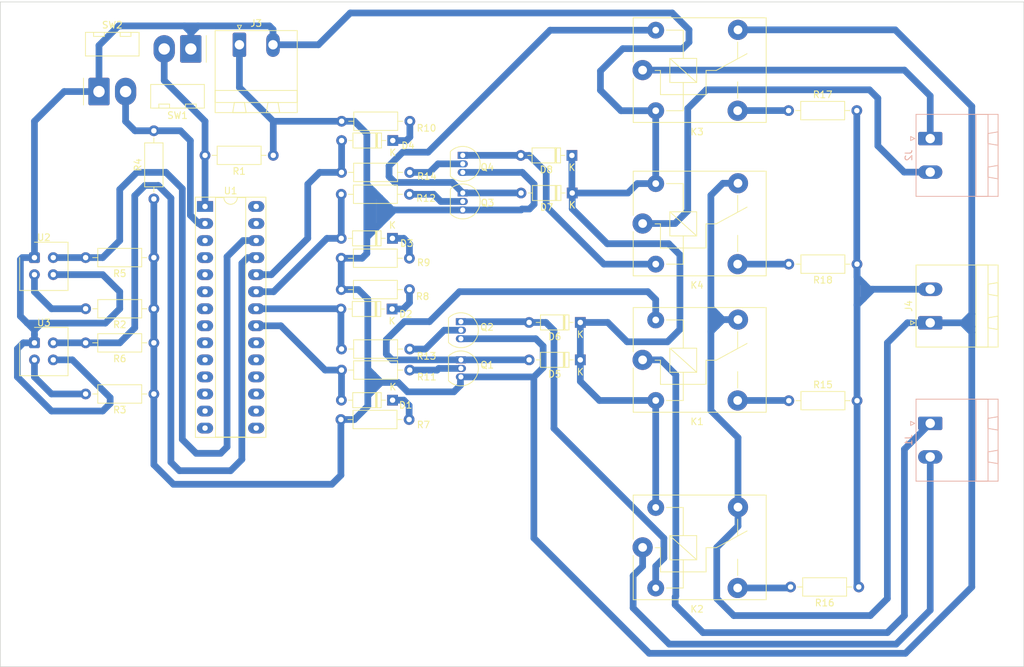
<source format=kicad_pcb>
(kicad_pcb (version 20211014) (generator pcbnew)
  (layers (0 "F.Cu" signal) (31 "B.Cu" signal) (34 "B.Paste" user) (35 "F.Paste" user) (36 "B.SilkS" user "B.Silkscreen") (37 "F.SilkS" user "F.Silkscreen") (38 "B.Mask" user) (39 "F.Mask" user) (44 "Edge.Cuts" user))
  (net 0 "")
  (net 1 "Net-(D1-Pad1)")
  (net 2 "RB0")
  (net 3 "Net-(D2-Pad1)")
  (net 4 "RB1")
  (net 5 "Net-(D3-Pad1)")
  (net 6 "RB2")
  (net 7 "Net-(D4-Pad1)")
  (net 8 "RB3")
  (net 9 "+5V")
  (net 10 "Net-(D5-Pad2)")
  (net 11 "Net-(D6-Pad2)")
  (net 12 "Net-(D7-Pad2)")
  (net 13 "Net-(D8-Pad2)")
  (net 14 "Net-(J1-Pad1)")
  (net 15 "Net-(J1-Pad2)")
  (net 16 "Net-(J2-Pad1)")
  (net 17 "Net-(J2-Pad2)")
  (net 18 "Net-(K1-Pad3)")
  (net 19 "GND")
  (net 20 "Net-(K2-Pad3)")
  (net 21 "Net-(K3-Pad3)")
  (net 22 "Net-(K4-Pad3)")
  (net 23 "Net-(Q1-Pad2)")
  (net 24 "Net-(Q2-Pad2)")
  (net 25 "Net-(Q3-Pad2)")
  (net 26 "Net-(Q4-Pad2)")
  (net 27 "Net-(R1-Pad2)")
  (net 28 "Net-(R2-Pad2)")
  (net 29 "Net-(R3-Pad2)")
  (net 30 "Net-(R4-Pad2)")
  (net 31 "Net-(R5-Pad2)")
  (net 32 "Net-(R6-Pad2)")
  (net 33 "+12V")
  (footprint "Resistor_THT:R_Axial_DIN0207_L6.3mm_D2.5mm_P10.16mm_Horizontal" (layer "F.Cu") (at 99.06 70.096258 180)
    (fp_text reference "R11")
    (fp_text value "330")
  )
  (footprint "Diode_THT:D_DO-35_SOD27_P7.62mm_Horizontal" (layer "F.Cu") (at 124.46 68.58 180)
    (fp_text reference "D5")
    (fp_text value "1N4148")
  )
  (footprint "Package_TO_SOT_THT:TO-92_Inline" (layer "F.Cu") (at 106.955993 43.700849 -90)
    (fp_text reference "Q3")
    (fp_text value "BC337")
  )
  (footprint "Diode_THT:D_DO-35_SOD27_P7.62mm_Horizontal" (layer "F.Cu") (at 124.46 63.001954 180)
    (fp_text reference "D6")
    (fp_text value "1N4148")
  )
  (footprint "Connector_Phoenix_MSTB:PhoenixContact_MSTBA_2,5_2-G_1x02_P5.00mm_Horizontal" (layer "F.Cu") (at 73.7 21.6225)
    (fp_text reference "J3")
    (fp_text value "Entrada 5V")
  )
  (footprint "Resistor_THT:R_Axial_DIN0207_L6.3mm_D2.5mm_P10.16mm_Horizontal" (layer "F.Cu") (at 99.079672 33.02 180)
    (fp_text reference "R10")
    (fp_text value "330")
  )
  (footprint "Resistor_THT:R_Axial_DIN0207_L6.3mm_D2.5mm_P10.16mm_Horizontal" (layer "F.Cu") (at 60.96 60.96 180)
    (fp_text reference "R2")
    (fp_text value "180")
  )
  (footprint "OptoDevice:Vishay_CNY70" (layer "F.Cu") (at 43.18 66.04)
    (fp_text reference "U3")
    (fp_text value "CNY70")
  )
  (footprint "Resistor_THT:R_Axial_DIN0207_L6.3mm_D2.5mm_P10.16mm_Horizontal" (layer "F.Cu") (at 60.96 66.04 180)
    (fp_text reference "R6")
    (fp_text value "10K")
  )
  (footprint "Relay_THT:Relay_SPDT_SANYOU_SRD_Series_Form_C" (layer "F.Cu") (at 133.74 25.4)
    (fp_text reference "K3")
    (fp_text value "SANYOU_SRD_Form_C")
  )
  (footprint "OptoDevice:Vishay_CNY70" (layer "F.Cu") (at 43.18 53.34)
    (fp_text reference "U2")
    (fp_text value "CNY70")
  )
  (footprint "Relay_THT:Relay_SPDT_SANYOU_SRD_Series_Form_C" (layer "F.Cu") (at 133.74 68.58)
    (fp_text reference "K1")
    (fp_text value "SANYOU_SRD_Form_C")
  )
  (footprint "Package_TO_SOT_THT:TO-92_Inline" (layer "F.Cu") (at 106.955993 38.1 -90)
    (fp_text reference "Q4")
    (fp_text value "BC337")
  )
  (footprint "Resistor_THT:R_Axial_DIN0207_L6.3mm_D2.5mm_P10.16mm_Horizontal" (layer "F.Cu") (at 155.471431 31.428506)
    (fp_text reference "R17")
    (fp_text value "330")
  )
  (footprint "Resistor_THT:R_Axial_DIN0207_L6.3mm_D2.5mm_P10.16mm_Horizontal" (layer "F.Cu") (at 99.023104 58.102263 180)
    (fp_text reference "R8")
    (fp_text value "330")
  )
  (footprint "Resistor_THT:R_Axial_DIN0207_L6.3mm_D2.5mm_P10.16mm_Horizontal" (layer "F.Cu") (at 99.06 40.64 180)
    (fp_text reference "R14")
    (fp_text value "330")
  )
  (footprint "Package_TO_SOT_THT:TO-92_Inline" (layer "F.Cu") (at 106.68 68.58 -90)
    (fp_text reference "Q1")
    (fp_text value "BC337")
  )
  (footprint "Resistor_THT:R_Axial_DIN0207_L6.3mm_D2.5mm_P10.16mm_Horizontal" (layer "F.Cu") (at 98.970527 77.46769 180)
    (fp_text reference "R7")
    (fp_text value "330")
  )
  (footprint "Resistor_THT:R_Axial_DIN0207_L6.3mm_D2.5mm_P10.16mm_Horizontal" (layer "F.Cu") (at 60.96 73.66 180)
    (fp_text reference "R3")
    (fp_text value "180")
  )
  (footprint "Connector_Molex:Molex_KK-396_A-41792-0002_1x02_P3.96mm_Horizontal" (layer "F.Cu") (at 52.790046 28.593119)
    (fp_text reference "SW2")
    (fp_text value "SW_Push")
  )
  (footprint "Diode_THT:D_DO-35_SOD27_P7.62mm_Horizontal" (layer "F.Cu") (at 123.208674 38.114546 180)
    (fp_text reference "D8")
    (fp_text value "1N4148")
  )
  (footprint "Diode_THT:D_DO-35_SOD27_P7.62mm_Horizontal" (layer "F.Cu") (at 123.256403 43.715394 180)
    (fp_text reference "D7")
    (fp_text value "1N4148")
  )
  (footprint "Diode_THT:D_DO-35_SOD27_P7.62mm_Horizontal" (layer "F.Cu") (at 96.483281 50.471124 180)
    (fp_text reference "D3")
    (fp_text value "LED")
  )
  (footprint "Resistor_THT:R_Axial_DIN0207_L6.3mm_D2.5mm_P10.16mm_Horizontal" (layer "F.Cu") (at 78.74 38.1 180)
    (fp_text reference "R1")
    (fp_text value "10K")
  )
  (footprint "Resistor_THT:R_Axial_DIN0207_L6.3mm_D2.5mm_P10.16mm_Horizontal" (layer "F.Cu") (at 60.96 53.34 180)
    (fp_text reference "R5")
    (fp_text value "10K")
  )
  (footprint "Relay_THT:Relay_SPDT_SANYOU_SRD_Series_Form_C" (layer "F.Cu") (at 133.74 48.26)
    (fp_text reference "K4")
    (fp_text value "SANYOU_SRD_Form_C")
  )
  (footprint "Diode_THT:D_DO-35_SOD27_P7.62mm_Horizontal" (layer "F.Cu") (at 96.437251 60.996188 180)
    (fp_text reference "D2")
    (fp_text value "LED")
  )
  (footprint "Resistor_THT:R_Axial_DIN0207_L6.3mm_D2.5mm_P10.16mm_Horizontal" (layer "F.Cu") (at 165.925177 102.419009 180)
    (fp_text reference "R16")
    (fp_text value "330")
  )
  (footprint "Connector_Phoenix_MSTB:PhoenixContact_MSTBA_2,5_2-G_1x02_P5.00mm_Horizontal" (layer "F.Cu") (at 176.5625 63.054698 90)
    (fp_text reference "J4")
    (fp_text value "Entrada 12V")
  )
  (footprint "Resistor_THT:R_Axial_DIN0207_L6.3mm_D2.5mm_P10.16mm_Horizontal" (layer "F.Cu") (at 99.023104 43.901233 180)
    (fp_text reference "R12")
    (fp_text value "330")
  )
  (footprint "Package_TO_SOT_THT:TO-92_Inline" (layer "F.Cu") (at 106.68 62.889906 -90)
    (fp_text reference "Q2")
    (fp_text value "BC337")
  )
  (footprint "Diode_THT:D_DO-35_SOD27_P7.62mm_Horizontal" (layer "F.Cu") (at 96.534015 35.893874 180)
    (fp_text reference "D4")
    (fp_text value "LED")
  )
  (footprint "Relay_THT:Relay_SPDT_SANYOU_SRD_Series_Form_C" (layer "F.Cu") (at 133.74 96.52)
    (fp_text reference "K2")
    (fp_text value "SANYOU_SRD_Form_C")
  )
  (footprint "Resistor_THT:R_Axial_DIN0207_L6.3mm_D2.5mm_P10.16mm_Horizontal" (layer "F.Cu") (at 60.96 44.598274 90)
    (fp_text reference "R4")
    (fp_text value "10K")
  )
  (footprint "Diode_THT:D_DO-35_SOD27_P7.62mm_Horizontal" (layer "F.Cu") (at 96.501552 74.582755 180)
    (fp_text reference "D1")
    (fp_text value "LED")
  )
  (footprint "Resistor_THT:R_Axial_DIN0207_L6.3mm_D2.5mm_P10.16mm_Horizontal" (layer "F.Cu") (at 155.506749 74.658397)
    (fp_text reference "R15")
    (fp_text value "330")
  )
  (footprint "Resistor_THT:R_Axial_DIN0207_L6.3mm_D2.5mm_P10.16mm_Horizontal" (layer "F.Cu") (at 99.013969 53.431001 180)
    (fp_text reference "R9")
    (fp_text value "330")
  )
  (footprint "Package_DIP:DIP-28_W7.62mm_Socket_LongPads" (layer "F.Cu") (at 68.58 45.72)
    (fp_text reference "U1")
    (fp_text value "PIC18F2550-ISO")
  )
  (footprint "Resistor_THT:R_Axial_DIN0207_L6.3mm_D2.5mm_P10.16mm_Horizontal" (layer "F.Cu") (at 165.660768 54.311862 180)
    (fp_text reference "R18")
    (fp_text value "330")
  )
  (footprint "Resistor_THT:R_Axial_DIN0207_L6.3mm_D2.5mm_P10.16mm_Horizontal" (layer "F.Cu") (at 99.06 66.962755 180)
    (fp_text reference "R13")
    (fp_text value "330")
  )
  (footprint "Connector_Molex:Molex_KK-396_A-41792-0002_1x02_P3.96mm_Horizontal" (layer "F.Cu") (at 66.46214 22.245 180)
    (fp_text reference "SW1")
    (fp_text value "SW_Push")
  )
  (footprint "Connector_Phoenix_MSTB:PhoenixContact_MSTBA_2,5_2-G_1x02_P5.00mm_Horizontal" (layer "B.Cu") (at 176.5625 78.040952 -90)
    (fp_text reference "J1")
    (fp_text value "Motor derecho")
  )
  (footprint "Connector_Phoenix_MSTB:PhoenixContact_MSTBA_2,5_2-G_1x02_P5.00mm_Horizontal" (layer "B.Cu") (at 176.5625 35.6 -90)
    (fp_text reference "J2")
    (fp_text value "Moto izquierdo")
  )
  (gr_line (start 190.5 15.24) (end 190.5 114.3) (layer "Edge.Cuts") (width 0.1))
  (gr_line (start 190.5 114.3) (end 38.1 114.3) (layer "Edge.Cuts") (width 0.1))
  (gr_line (start 38.1 15.24) (end 190.5 15.24) (layer "Edge.Cuts") (width 0.1))
  (gr_line (start 38.1 111.76) (end 38.1 114.3) (layer "Edge.Cuts") (width 0.1))
  (gr_line (start 38.1 15.24) (end 38.1 111.76) (layer "Edge.Cuts") (width 0.1))
  (segment (start 98.173588 74.582755) (end 98.970527 75.379694) (width 1) (layer "B.Cu") (net 1))
  (segment (start 96.501552 74.582755) (end 98.173588 74.582755) (width 1) (layer "B.Cu") (net 1))
  (segment (start 98.970527 75.379694) (end 98.970527 77.46769) (width 1) (layer "B.Cu") (net 1))
  (segment (start 88.9 70.096258) (end 88.9 74.564307) (width 1) (layer "B.Cu") (net 2))
  (segment (start 86.463776 70.096258) (end 88.9 70.096258) (width 1) (layer "B.Cu") (net 2))
  (segment (start 76.2 63.5) (end 79.867518 63.5) (width 1) (layer "B.Cu") (net 2))
  (segment (start 79.867518 63.5) (end 86.463776 70.096258) (width 1) (layer "B.Cu") (net 2))
  (segment (start 88.9 74.564307) (end 88.881552 74.582755) (width 1) (layer "B.Cu") (net 2))
  (segment (start 98.079939 60.996188) (end 99.023104 60.053023) (width 1) (layer "B.Cu") (net 3))
  (segment (start 99.023104 60.053023) (end 99.023104 58.102263) (width 1) (layer "B.Cu") (net 3))
  (segment (start 96.437251 60.996188) (end 98.079939 60.996188) (width 1) (layer "B.Cu") (net 3))
  (segment (start 88.817251 66.880006) (end 88.9 66.962755) (width 1) (layer "B.Cu") (net 4))
  (segment (start 88.734502 60.96) (end 88.817251 61.042749) (width 1) (layer "B.Cu") (net 4))
  (segment (start 88.817251 61.042749) (end 88.817251 66.880006) (width 1) (layer "B.Cu") (net 4))
  (segment (start 76.2 60.96) (end 88.734502 60.96) (width 1) (layer "B.Cu") (net 4))
  (segment (start 88.817251 60.996188) (end 88.817251 61.042749) (width 1) (layer "B.Cu") (net 4))
  (segment (start 98.182469 50.471124) (end 99.059469 51.348124) (width 1) (layer "B.Cu") (net 5))
  (segment (start 99.013969 51.393624) (end 99.013969 53.431001) (width 1) (layer "B.Cu") (net 5))
  (segment (start 96.483281 50.471124) (end 98.182469 50.471124) (width 1) (layer "B.Cu") (net 5))
  (segment (start 99.059469 51.348124) (end 99.013969 51.393624) (width 1) (layer "B.Cu") (net 5))
  (segment (start 88.863104 43.901233) (end 88.863104 50.470947) (width 1) (layer "B.Cu") (net 6))
  (segment (start 86.741569 50.471124) (end 88.863281 50.471124) (width 1) (layer "B.Cu") (net 6))
  (segment (start 76.2 58.42) (end 78.792693 58.42) (width 1) (layer "B.Cu") (net 6))
  (segment (start 88.863104 50.470947) (end 88.863281 50.471124) (width 1) (layer "B.Cu") (net 6))
  (segment (start 78.792693 58.42) (end 86.741569 50.471124) (width 1) (layer "B.Cu") (net 6))
  (segment (start 99.079672 33.02) (end 99.079672 35.376937) (width 1) (layer "B.Cu") (net 7))
  (segment (start 99.079672 35.376937) (end 98.531546 35.925063) (width 1) (layer "B.Cu") (net 7))
  (segment (start 98.531546 35.925063) (end 98.500357 35.893874) (width 1) (layer "B.Cu") (net 7))
  (segment (start 98.500357 35.893874) (end 96.534015 35.893874) (width 1) (layer "B.Cu") (net 7))
  (segment (start 83.878673 42.398921) (end 85.637594 40.64) (width 1) (layer "B.Cu") (net 8))
  (segment (start 78.455036 55.88) (end 83.878673 50.456363) (width 1) (layer "B.Cu") (net 8))
  (segment (start 76.2 55.88) (end 78.455036 55.88) (width 1) (layer "B.Cu") (net 8))
  (segment (start 88.914015 40.625985) (end 88.9 40.64) (width 1) (layer "B.Cu") (net 8))
  (segment (start 85.637594 40.64) (end 88.9 40.64) (width 1) (layer "B.Cu") (net 8))
  (segment (start 83.878673 50.456363) (end 83.878673 42.398921) (width 1) (layer "B.Cu") (net 8))
  (segment (start 88.914015 35.893874) (end 88.914015 40.625985) (width 1) (layer "B.Cu") (net 8))
  (segment (start 128.47265 51.269767) (end 137.629767 51.269767) (width 1) (layer "B.Cu") (net 9))
  (segment (start 43.18 64.157749) (end 43.18 64.806717) (width 1) (layer "B.Cu") (net 9))
  (segment (start 130.787705 22.200386) (end 139.683239 22.200386) (width 1) (layer "B.Cu") (net 9))
  (segment (start 66.590134 19.769866) (end 67.546286 18.813714) (width 1) (layer "B.Cu") (net 9))
  (segment (start 132.95 42.31) (end 135.69 42.31) (width 1) (layer "B.Cu") (net 9))
  (segment (start 127.457844 28.397627) (end 127.457844 25.530247) (width 1) (layer "B.Cu") (net 9))
  (segment (start 52.790046 21.725066) (end 55.701398 18.813714) (width 1) (layer "B.Cu") (net 9))
  (segment (start 127.31225 74.63) (end 135.69 74.63) (width 1) (layer "B.Cu") (net 9))
  (segment (start 53.34 76.2) (end 54.452755 75.087245) (width 1) (layer "B.Cu") (net 9))
  (segment (start 123.256403 43.715394) (end 123.256403 46.05352) (width 1) (layer "B.Cu") (net 9))
  (segment (start 139.294698 64.034233) (end 137.444775 65.884156) (width 1) (layer "B.Cu") (net 9))
  (segment (start 41.083421 62.06117) (end 42.074614 63.052363) (width 1) (layer "B.Cu") (net 9))
  (segment (start 45.72 30.48) (end 43.18 33.02) (width 1) (layer "B.Cu") (net 9))
  (segment (start 130.510217 31.45) (end 127.457844 28.397627) (width 1) (layer "B.Cu") (net 9))
  (segment (start 41.083421 53.627765) (end 41.083421 62.06117) (width 1) (layer "B.Cu") (net 9))
  (segment (start 135.69 31.45) (end 135.69 42.31) (width 1) (layer "B.Cu") (net 9))
  (segment (start 123.256403 46.05352) (end 128.47265 51.269767) (width 1) (layer "B.Cu") (net 9))
  (segment (start 140.640595 19.379405) (end 138.146625 16.885435) (width 1) (layer "B.Cu") (net 9))
  (segment (start 45.72 76.2) (end 53.34 76.2) (width 1) (layer "B.Cu") (net 9))
  (segment (start 47.606881 28.593119) (end 45.72 30.48) (width 1) (layer "B.Cu") (net 9))
  (segment (start 139.294698 52.934698) (end 139.294698 64.034233) (width 1) (layer "B.Cu") (net 9))
  (segment (start 66.46214 19.769866) (end 66.590134 19.769866) (width 1) (layer "B.Cu") (net 9))
  (segment (start 43.18 33.02) (end 43.18 53.34) (width 1) (layer "B.Cu") (net 9))
  (segment (start 40.64 71.12) (end 45.72 76.2) (width 1) (layer "B.Cu") (net 9))
  (segment (start 55.88 60.96) (end 53.742312 63.097688) (width 1) (layer "B.Cu") (net 9))
  (segment (start 123.208674 43.667665) (end 123.256403 43.715394) (width 1) (layer "B.Cu") (net 9))
  (segment (start 137.629767 51.269767) (end 139.294698 52.934698) (width 1) (layer "B.Cu") (net 9))
  (segment (start 65.505988 18.813714) (end 66.46214 19.769866) (width 1) (layer "B.Cu") (net 9))
  (segment (start 43.18 53.34) (end 41.371186 53.34) (width 1) (layer "B.Cu") (net 9))
  (segment (start 52.790046 28.593119) (end 47.606881 28.593119) (width 1) (layer "B.Cu") (net 9))
  (segment (start 44.240061 63.097688) (end 42.119939 63.097688) (width 1) (layer "B.Cu") (net 9))
  (segment (start 124.46 71.77775) (end 127.31225 74.63) (width 1) (layer "B.Cu") (net 9))
  (segment (start 139.683239 22.200386) (end 140.640595 21.24303) (width 1) (layer "B.Cu") (net 9))
  (segment (start 54.452755 74.203204) (end 48.829551 68.58) (width 1) (layer "B.Cu") (net 9))
  (segment (start 78.7 21.6225) (end 78.7 19.347834) (width 1) (layer "B.Cu") (net 9))
  (segment (start 124.46 63.001954) (end 124.46 68.58) (width 1) (layer "B.Cu") (net 9))
  (segment (start 41.526487 66.04) (end 40.64 66.926487) (width 1) (layer "B.Cu") (net 9))
  (segment (start 55.88 58.42) (end 55.88 60.96) (width 1) (layer "B.Cu") (net 9))
  (segment (start 135.69 31.45) (end 130.510217 31.45) (width 1) (layer "B.Cu") (net 9))
  (segment (start 66.46214 19.769866) (end 66.46214 22.245) (width 1) (layer "B.Cu") (net 9))
  (segment (start 127.457844 25.530247) (end 130.787705 22.200386) (width 1) (layer "B.Cu") (net 9))
  (segment (start 137.444775 65.884156) (end 131.432527 65.884156) (width 1) (layer "B.Cu") (net 9))
  (segment (start 65.505988 18.813714) (end 67.546286 18.813714) (width 1) (layer "B.Cu") (net 9))
  (segment (start 52.790046 28.593119) (end 52.790046 21.725066) (width 1) (layer "B.Cu") (net 9))
  (segment (start 128.550325 63.001954) (end 124.46 63.001954) (width 1) (layer "B.Cu") (net 9))
  (segment (start 43.18 66.04) (end 43.18 64.806717) (width 1) (layer "B.Cu") (net 9))
  (segment (start 78.74 21.5825) (end 78.7 21.6225) (width 1) (layer "B.Cu") (net 9))
  (segment (start 78.16588 18.813714) (end 67.546286 18.813714) (width 1) (layer "B.Cu") (net 9))
  (segment (start 140.640595 21.24303) (end 140.640595 19.379405) (width 1) (layer "B.Cu") (net 9))
  (segment (start 55.701398 18.813714) (end 65.505988 18.813714) (width 1) (layer "B.Cu") (net 9))
  (segment (start 123.208674 38.114546) (end 123.208674 43.667665) (width 1) (layer "B.Cu") (net 9))
  (segment (start 53.742312 63.097688) (end 44.240061 63.097688) (width 1) (layer "B.Cu") (net 9))
  (segment (start 43.18 66.04) (end 41.526487 66.04) (width 1) (layer "B.Cu") (net 9))
  (segment (start 40.64 66.926487) (end 40.64 71.12) (width 1) (layer "B.Cu") (net 9))
  (segment (start 48.829551 68.58) (end 45.98 68.58) (width 1) (layer "B.Cu") (net 9))
  (segment (start 85.464707 21.6225) (end 78.7 21.6225) (width 1) (layer "B.Cu") (net 9))
  (segment (start 42.074614 63.052363) (end 43.18 64.157749) (width 1) (layer "B.Cu") (net 9))
  (segment (start 124.46 68.58) (end 124.46 71.77775) (width 1) (layer "B.Cu") (net 9))
  (segment (start 41.371186 53.34) (end 41.083421 53.627765) (width 1) (layer "B.Cu") (net 9))
  (segment (start 131.544606 43.715394) (end 132.95 42.31) (width 1) (layer "B.Cu") (net 9))
  (segment (start 44.240061 63.097688) (end 43.18 64.157749) (width 1) (layer "B.Cu") (net 9))
  (segment (start 78.7 19.347834) (end 78.16588 18.813714) (width 1) (layer "B.Cu") (net 9))
  (segment (start 90.201772 16.885435) (end 85.464707 21.6225) (width 1) (layer "B.Cu") (net 9))
  (segment (start 45.98 55.88) (end 53.34 55.88) (width 1) (layer "B.Cu") (net 9))
  (segment (start 131.432527 65.884156) (end 128.550325 63.001954) (width 1) (layer "B.Cu") (net 9))
  (segment (start 42.119939 63.097688) (end 42.074614 63.052363) (width 1) (layer "B.Cu") (net 9))
  (segment (start 135.69 74.63) (end 135.69 90.57) (width 1) (layer "B.Cu") (net 9))
  (segment (start 138.146625 16.885435) (end 90.201772 16.885435) (width 1) (layer "B.Cu") (net 9))
  (segment (start 53.34 55.88) (end 55.88 58.42) (width 1) (layer "B.Cu") (net 9))
  (segment (start 123.256403 43.715394) (end 131.544606 43.715394) (width 1) (layer "B.Cu") (net 9))
  (segment (start 54.452755 75.087245) (end 54.452755 74.203204) (width 1) (layer "B.Cu") (net 9))
  (segment (start 106.68 68.58) (end 116.84 68.58) (width 1) (layer "B.Cu") (net 10))
  (segment (start 96.43498 68.58) (end 106.68 68.58) (width 1) (layer "B.Cu") (net 10))
  (segment (start 98.272257 62.878438) (end 95.571682 65.579013) (width 1) (layer "B.Cu") (net 10))
  (segment (start 95.571682 65.579013) (end 95.571682 67.716702) (width 1) (layer "B.Cu") (net 10))
  (segment (start 95.571682 67.716702) (end 96.43498 68.58) (width 1) (layer "B.Cu") (net 10))
  (segment (start 106.460749 58.42) (end 102.002311 62.878438) (width 1) (layer "B.Cu") (net 10))
  (segment (start 134.519157 58.42) (end 106.460749 58.42) (width 1) (layer "B.Cu") (net 10))
  (segment (start 102.002311 62.878438) (end 98.272257 62.878438) (width 1) (layer "B.Cu") (net 10))
  (segment (start 135.69 62.63) (end 135.69 59.590843) (width 1) (layer "B.Cu") (net 10))
  (segment (start 135.69 59.590843) (end 134.519157 58.42) (width 1) (layer "B.Cu") (net 10))
  (segment (start 136.901571 95.151618) (end 120.539845 78.789892) (width 1) (layer "B.Cu") (net 11))
  (segment (start 120.539845 78.789892) (end 120.539845 64.201849) (width 1) (layer "B.Cu") (net 11))
  (segment (start 135.69 102.57) (end 135.69 99.323065) (width 1) (layer "B.Cu") (net 11))
  (segment (start 119.33995 63.001954) (end 116.84 63.001954) (width 1) (layer "B.Cu") (net 11))
  (segment (start 135.69 99.323065) (end 136.901571 98.111494) (width 1) (layer "B.Cu") (net 11))
  (segment (start 136.901571 98.111494) (end 136.901571 95.151618) (width 1) (layer "B.Cu") (net 11))
  (segment (start 106.68 62.889906) (end 116.727952 62.889906) (width 1) (layer "B.Cu") (net 11))
  (segment (start 120.539845 64.201849) (end 119.33995 63.001954) (width 1) (layer "B.Cu") (net 11))
  (segment (start 116.727952 62.889906) (end 116.84 63.001954) (width 1) (layer "B.Cu") (net 11))
  (segment (start 106.955993 43.700849) (end 115.621858 43.700849) (width 1) (layer "B.Cu") (net 12))
  (segment (start 96.860954 42.14) (end 105.395144 42.14) (width 1) (layer "B.Cu") (net 12))
  (segment (start 101.791128 37.630361) (end 98.009064 37.630361) (width 1) (layer "B.Cu") (net 12))
  (segment (start 95.982645 41.261691) (end 96.860954 42.14) (width 1) (layer "B.Cu") (net 12))
  (segment (start 119.971489 19.45) (end 101.791128 37.630361) (width 1) (layer "B.Cu") (net 12))
  (segment (start 115.621858 43.700849) (end 115.636403 43.715394) (width 1) (layer "B.Cu") (net 12))
  (segment (start 105.395144 42.14) (end 106.955993 43.700849) (width 1) (layer "B.Cu") (net 12))
  (segment (start 98.009064 37.630361) (end 95.982645 39.65678) (width 1) (layer "B.Cu") (net 12))
  (segment (start 95.982645 39.65678) (end 95.982645 41.261691) (width 1) (layer "B.Cu") (net 12))
  (segment (start 135.69 19.45) (end 119.971489 19.45) (width 1) (layer "B.Cu") (net 12))
  (segment (start 106.955993 38.1) (end 115.574128 38.1) (width 1) (layer "B.Cu") (net 13))
  (segment (start 135.69 54.31) (end 127.97 54.31) (width 1) (layer "B.Cu") (net 13))
  (segment (start 127.97 54.31) (end 119.38 45.72) (width 1) (layer "B.Cu") (net 13))
  (segment (start 116.854546 38.114546) (end 115.588674 38.114546) (width 1) (layer "B.Cu") (net 13))
  (segment (start 119.38 40.64) (end 116.854546 38.114546) (width 1) (layer "B.Cu") (net 13))
  (segment (start 115.574128 38.1) (end 115.588674 38.114546) (width 1) (layer "B.Cu") (net 13))
  (segment (start 119.38 45.72) (end 119.38 40.64) (width 1) (layer "B.Cu") (net 13))
  (segment (start 136.455348 68.58) (end 133.74 68.58) (width 1) (layer "B.Cu") (net 14))
  (segment (start 138.682542 103.784589) (end 138.682542 70.807194) (width 1) (layer "B.Cu") (net 14))
  (segment (start 172.72 106.68) (end 170.18 109.22) (width 1) (layer "B.Cu") (net 14))
  (segment (start 170.18 109.22) (end 142.730511 109.22) (width 1) (layer "B.Cu") (net 14))
  (segment (start 138.682542 70.807194) (end 136.455348 68.58) (width 1) (layer "B.Cu") (net 14))
  (segment (start 172.72 81.883452) (end 172.72 106.68) (width 1) (layer "B.Cu") (net 14))
  (segment (start 138.590046 103.877085) (end 138.682542 103.784589) (width 1) (layer "B.Cu") (net 14))
  (segment (start 138.590046 105.079535) (end 138.590046 103.877085) (width 1) (layer "B.Cu") (net 14))
  (segment (start 142.730511 109.22) (end 138.590046 105.079535) (width 1) (layer "B.Cu") (net 14))
  (segment (start 176.5625 78.040952) (end 172.72 81.883452) (width 1) (layer "B.Cu") (net 14))
  (segment (start 171.497925 110.934822) (end 176.5625 105.870247) (width 1) (layer "B.Cu") (net 15))
  (segment (start 132.326656 100.745485) (end 132.326656 105.555283) (width 1) (layer "B.Cu") (net 15))
  (segment (start 133.74 99.332141) (end 132.326656 100.745485) (width 1) (layer "B.Cu") (net 15))
  (segment (start 176.5625 105.870247) (end 176.5625 83.040952) (width 1) (layer "B.Cu") (net 15))
  (segment (start 137.706195 110.934822) (end 171.497925 110.934822) (width 1) (layer "B.Cu") (net 15))
  (segment (start 133.74 96.52) (end 133.74 99.332141) (width 1) (layer "B.Cu") (net 15))
  (segment (start 132.326656 105.555283) (end 137.706195 110.934822) (width 1) (layer "B.Cu") (net 15))
  (segment (start 176.5625 29.2425) (end 172.72 25.4) (width 1) (layer "B.Cu") (net 16))
  (segment (start 176.5625 35.6) (end 176.5625 29.2425) (width 1) (layer "B.Cu") (net 16))
  (segment (start 172.72 25.4) (end 133.74 25.4) (width 1) (layer "B.Cu") (net 16))
  (segment (start 167.512187 28.334371) (end 143.231952 28.334371) (width 1) (layer "B.Cu") (net 17))
  (segment (start 138.568184 48.26) (end 133.74 48.26) (width 1) (layer "B.Cu") (net 17))
  (segment (start 176.5625 40.6) (end 172.68 40.6) (width 1) (layer "B.Cu") (net 17))
  (segment (start 143.231952 28.334371) (end 140.457068 31.109255) (width 1) (layer "B.Cu") (net 17))
  (segment (start 168.760884 29.583068) (end 167.512187 28.334371) (width 1) (layer "B.Cu") (net 17))
  (segment (start 172.68 40.6) (end 168.760884 36.680884) (width 1) (layer "B.Cu") (net 17))
  (segment (start 140.457068 46.371116) (end 138.568184 48.26) (width 1) (layer "B.Cu") (net 17))
  (segment (start 140.457068 31.109255) (end 140.457068 46.371116) (width 1) (layer "B.Cu") (net 17))
  (segment (start 168.760884 36.680884) (end 168.760884 29.583068) (width 1) (layer "B.Cu") (net 17))
  (segment (start 155.478352 74.63) (end 155.506749 74.658397) (width 1) (layer "B.Cu") (net 18))
  (segment (start 147.89 74.63) (end 155.478352 74.63) (width 1) (layer "B.Cu") (net 18))
  (segment (start 144.78 104.14) (end 147.32 106.68) (width 1) (layer "B.Cu") (net 19))
  (segment (start 144.78 96.52) (end 144.78 104.14) (width 1) (layer "B.Cu") (net 19))
  (segment (start 93.668299 73.055612) (end 92.818705 73.905206) (width 1) (layer "B.Cu") (net 19))
  (segment (start 92.673281 34.869922) (end 90.823359 33.02) (width 1) (layer "B.Cu") (net 19))
  (segment (start 171.35433 19.4) (end 147.94 19.4) (width 1) (layer "B.Cu") (net 19))
  (segment (start 91.399751 58.102263) (end 92.818705 59.521217) (width 1) (layer "B.Cu") (net 19))
  (segment (start 95.386501 45.163092) (end 94.632829 44.40942) (width 1) (layer "B.Cu") (net 19))
  (segment (start 92.818705 71.943637) (end 92.818705 73.905206) (width 1) (layer "B.Cu") (net 19))
  (segment (start 94.803637 71.943637) (end 93.640892 70.780893) (width 1) (layer "B.Cu") (net 19))
  (segment (start 117.544651 95.133676) (end 117.544651 71.12) (width 1) (layer "B.Cu") (net 19))
  (segment (start 147.94 93.36) (end 144.78 96.52) (width 1) (layer "B.Cu") (net 19))
  (segment (start 98.743899 73.343899) (end 97.343637 71.943637) (width 1) (layer "B.Cu") (net 19))
  (segment (start 92.673281 42.449873) (end 92.673281 34.869922) (width 1) (layer "B.Cu") (net 19))
  (segment (start 182.753304 64.485424) (end 182.753304 102.422653) (width 1) (layer "B.Cu") (net 19))
  (segment (start 105.624728 73.343899) (end 98.743899 73.343899) (width 1) (layer "B.Cu") (net 19))
  (segment (start 147.94 90.52) (end 147.94 80.164623) (width 1) (layer "B.Cu") (net 19))
  (segment (start 60.96 84.197272) (end 63.877271 87.114543) (width 1) (layer "B.Cu") (net 19))
  (segment (start 91.965639 53.431001) (end 88.853969 53.431001) (width 1) (layer "B.Cu") (net 19))
  (segment (start 182.753304 30.798974) (end 171.35433 19.4) (width 1) (layer "B.Cu") (net 19))
  (segment (start 170.18 104.14) (end 170.18 66.04) (width 1) (layer "B.Cu") (net 19))
  (segment (start 147.32 106.68) (end 167.64 106.68) (width 1) (layer "B.Cu") (net 19))
  (segment (start 96.750891 46.240849) (end 95.653276 47.338464) (width 1) (layer "B.Cu") (net 19))
  (segment (start 181.437536 63.054698) (end 182.753304 61.73893) (width 1) (layer "B.Cu") (net 19))
  (segment (start 93.597807 43.562193) (end 93.597807 49.393933) (width 1) (layer "B.Cu") (net 19))
  (segment (start 144.402634 61.337366) (end 143.90493 60.839661) (width 1) (layer "B.Cu") (net 19))
  (segment (start 93.691704 43.468296) (end 93.597807 43.562193) (width 1) (layer "B.Cu") (net 19))
  (segment (start 92.673281 50.318459) (end 92.673281 52.723359) (width 1) (layer "B.Cu") (net 19))
  (segment (start 145.645269 62.58) (end 144.402634 61.337366) (width 1) (layer "B.Cu") (net 19))
  (segment (start 93.640892 73.028205) (end 93.668299 73.055612) (width 1) (layer "B.Cu") (net 19))
  (segment (start 93.597807 49.393933) (end 92.673281 50.318459) (width 1) (layer "B.Cu") (net 19))
  (segment (start 117.544651 71.12) (end 106.68 71.12) (width 1) (layer "B.Cu") (net 19))
  (segment (start 73.7 21.6225) (end 73.7 27.98) (width 1) (layer "B.Cu") (net 19))
  (segment (start 92.818705 59.521217) (end 92.818705 69.958705) (width 1) (layer "B.Cu") (net 19))
  (segment (start 145.7 62.58) (end 147.94 62.58) (width 1) (layer "B.Cu") (net 19))
  (segment (start 144.402634 61.337366) (end 144.78 61.714732) (width 1) (layer "B.Cu") (net 19))
  (segment (start 92.673281 50.318459) (end 92.673281 42.449873) (width 1) (layer "B.Cu") (net 19))
  (segment (start 106.68 65.429906) (end 117.8214 65.429906) (width 1) (layer "B.Cu") (net 19))
  (segment (start 95.386501 46.341561) (end 96.363545 46.341561) (width 1) (layer "B.Cu") (net 19))
  (segment (start 115.629072 46.240849) (end 106.955993 46.240849) (width 1) (layer "B.Cu") (net 19))
  (segment (start 60.96 60.96) (end 60.96 66.04) (width 1) (layer "B.Cu") (net 19))
  (segment (start 181.437536 63.054698) (end 182.181306 63.054698) (width 1) (layer "B.Cu") (net 19))
  (segment (start 106.955993 40.64) (end 115.821047 40.64) (width 1) (layer "B.Cu") (net 19))
  (segment (start 144.78 61.714732) (end 144.78 63.5) (width 1) (layer "B.Cu") (net 19))
  (segment (start 170.18 66.04) (end 173.165302 63.054698) (width 1) (layer "B.Cu") (net 19))
  (segment (start 95.653276 47.338464) (end 94.570729 48.421011) (width 1) (layer "B.Cu") (net 19))
  (segment (start 94.632829 44.40942) (end 94.570729 44.47152) (width 1) (layer "B.Cu") (net 19))
  (segment (start 96.750891 46.240849) (end 96.464257 46.240849) (width 1) (layer "B.Cu") (net 19))
  (segment (start 94.803637 71.943637) (end 94.780274 71.943637) (width 1) (layer "B.Cu") (net 19))
  (segment (start 167.64 106.68) (end 170.18 104.14) (width 1) (layer "B.Cu") (net 19))
  (segment (start 117.8214 65.429906) (end 118.924806 66.533312) (width 1) (layer "B.Cu") (net 19))
  (segment (start 97.343637 71.943637) (end 94.803637 71.943637) (width 1) (layer "B.Cu") (net 19))
  (segment (start 94.803637 71.943637) (end 92.818705 71.943637) (width 1) (layer "B.Cu") (net 19))
  (segment (start 92.673281 52.723359) (end 91.965639 53.431001) (width 1) (layer "B.Cu") (net 19))
  (segment (start 181.437536 63.169656) (end 182.753304 64.485424) (width 1) (layer "B.Cu") (net 19))
  (segment (start 90.823359 33.02) (end 88.919672 33.02) (width 1) (layer "B.Cu") (net 19))
  (segment (start 145.7 62.58) (end 145.645269 62.58) (width 1) (layer "B.Cu") (net 19))
  (segment (start 176.5625 63.054698) (end 181.437536 63.054698) (width 1) (layer "B.Cu") (net 19))
  (segment (start 60.96 44.598274) (end 60.96 53.34) (width 1) (layer "B.Cu") (net 19))
  (segment (start 145.7 42.26) (end 143.90493 44.05507) (width 1) (layer "B.Cu") (net 19))
  (segment (start 93.640892 70.780893) (end 92.818705 69.958705) (width 1) (layer "B.Cu") (net 19))
  (segment (start 147.94 80.164623) (end 143.90493 76.129553) (width 1) (layer "B.Cu") (net 19))
  (segment (start 182.753304 61.73893) (end 182.753304 30.798974) (width 1) (layer "B.Cu") (net 19))
  (segment (start 106.955993 46.240849) (end 96.750891 46.240849) (width 1) (layer "B.Cu") (net 19))
  (segment (start 90.819474 77.46769) (end 88.810527 77.46769) (width 1) (layer "B.Cu") (net 19))
  (segment (start 173.165302 63.054698) (end 176.5625 63.054698) (width 1) (layer "B.Cu") (net 19))
  (segment (start 106.611352 72.357275) (end 105.624728 73.343899) (width 1) (layer "B.Cu") (net 19))
  (segment (start 88.853969 58.093128) (end 88.863104 58.102263) (width 1) (layer "B.Cu") (net 19))
  (segment (start 93.640892 70.780893) (end 93.640892 73.028205) (width 1) (layer "B.Cu") (net 19))
  (segment (start 144.78 63.5) (end 145.7 62.58) (width 1) (layer "B.Cu") (net 19))
  (segment (start 116.88111 46.098766) (end 115.771155 46.098766) (width 1) (layer "B.Cu") (net 19))
  (segment (start 106.611352 71.699524) (end 106.611352 72.357275) (width 1) (layer "B.Cu") (net 19))
  (segment (start 60.96 53.34) (end 60.96 60.96) (width 1) (layer "B.Cu") (net 19))
  (segment (start 60.96 66.04) (end 60.96 73.66) (width 1) (layer "B.Cu") (net 19))
  (segment (start 134.716139 112.305164) (end 117.544651 95.133676) (width 1) (layer "B.Cu") (net 19))
  (segment (start 118.924806 69.739845) (end 117.544651 71.12) (width 1) (layer "B.Cu") (net 19))
  (segment (start 118.924806 66.533312) (end 118.924806 69.739845) (width 1) (layer "B.Cu") (net 19))
  (segment (start 92.818705 75.468459) (end 90.819474 77.46769) (width 1) (layer "B.Cu") (net 19))
  (segment (start 96.464257 46.240849) (end 95.386501 45.163092) (width 1) (layer "B.Cu") (net 19))
  (segment (start 95.386501 47.071689) (end 95.653276 47.338464) (width 1) (layer "B.Cu") (net 19))
  (segment (start 94.570729 48.421011) (end 93.597807 49.393933) (width 1) (layer "B.Cu") (net 19))
  (segment (start 96.363545 46.341561) (end 96.464257 46.240849) (width 1) (layer "B.Cu") (net 19))
  (segment (start 88.810527 85.7678) (end 88.810527 77.46769) (width 1) (layer "B.Cu") (net 19))
  (segment (start 92.818705 69.958705) (end 92.818705 71.943637) (width 1) (layer "B.Cu") (net 19))
  (segment (start 88.919672 33.02) (end 78.74 33.02) (width 1) (layer "B.Cu") (net 19))
  (segment (start 143.90493 76.129553) (end 143.90493 64.37507) (width 1) (layer "B.Cu") (net 19))
  (segment (start 117.579969 45.399907) (end 116.88111 46.098766) (width 1) (layer "B.Cu") (net 19))
  (segment (start 143.90493 44.05507) (end 143.90493 60.839661) (width 1) (layer "B.Cu") (net 19))
  (segment (start 147.94 42.26) (end 145.7 42.26) (width 1) (layer "B.Cu") (net 19))
  (segment (start 182.753304 61.73893) (end 182.753304 63.626696) (width 1) (layer "B.Cu") (net 19))
  (segment (start 93.691704 43.468296) (end 92.673281 42.449873) (width 1) (layer "B.Cu") (net 19))
  (segment (start 143.90493 64.37507) (end 144.78 63.5) (width 1) (layer "B.Cu") (net 19))
  (segment (start 78.74 33.02) (end 78.74 38.1) (width 1) (layer "B.Cu") (net 19))
  (segment (start 147.94 90.52) (end 147.94 93.36) (width 1) (layer "B.Cu") (net 19))
  (segment (start 87.463784 87.114543) (end 88.810527 85.7678) (width 1) (layer "B.Cu") (net 19))
  (segment (start 88.853969 53.431001) (end 88.853969 58.093128) (width 1) (layer "B.Cu") (net 19))
  (segment (start 94.632829 44.40942) (end 93.691704 43.468296) (width 1) (layer "B.Cu") (net 19))
  (segment (start 63.877271 87.114543) (end 87.463784 87.114543) (width 1) (layer "B.Cu") (net 19))
  (segment (start 92.818705 73.905206) (end 92.818705 75.468459) (width 1) (layer "B.Cu") (net 19))
  (segment (start 182.181306 63.054698) (end 182.753304 63.626696) (width 1) (layer "B.Cu") (net 19))
  (segment (start 73.7 27.98) (end 78.74 33.02) (width 1) (layer "B.Cu") (net 19))
  (segment (start 94.570729 44.47152) (end 94.570729 48.421011) (width 1) (layer "B.Cu") (net 19))
  (segment (start 115.771155 46.098766) (end 115.629072 46.240849) (width 1) (layer "B.Cu") (net 19))
  (segment (start 94.780274 71.943637) (end 93.668299 73.055612) (width 1) (layer "B.Cu") (net 19))
  (segment (start 182.753304 102.422653) (end 172.870793 112.305164) (width 1) (layer "B.Cu") (net 19))
  (segment (start 117.579969 42.398922) (end 117.579969 45.399907) (width 1) (layer "B.Cu") (net 19))
  (segment (start 60.96 73.66) (end 60.96 84.197272) (width 1) (layer "B.Cu") (net 19))
  (segment (start 88.863104 58.102263) (end 91.399751 58.102263) (width 1) (layer "B.Cu") (net 19))
  (segment (start 181.437536 63.054698) (end 181.437536 63.169656) (width 1) (layer "B.Cu") (net 19))
  (segment (start 95.386501 45.163092) (end 95.386501 46.341561) (width 1) (layer "B.Cu") (net 19))
  (segment (start 95.386501 46.341561) (end 95.386501 47.071689) (width 1) (layer "B.Cu") (net 19))
  (segment (start 115.821047 40.64) (end 117.579969 42.398922) (width 1) (layer "B.Cu") (net 19))
  (segment (start 172.870793 112.305164) (end 134.716139 112.305164) (width 1) (layer "B.Cu") (net 19))
  (segment (start 143.90493 60.839661) (end 143.90493 64.37507) (width 1) (layer "B.Cu") (net 19))
  (segment (start 182.753304 63.626696) (end 182.753304 64.485424) (width 1) (layer "B.Cu") (net 19))
  (segment (start 147.89 102.57) (end 155.614186 102.57) (width 1) (layer "B.Cu") (net 20))
  (segment (start 155.614186 102.57) (end 155.765177 102.419009) (width 1) (layer "B.Cu") (net 20))
  (segment (start 147.911494 31.428506) (end 147.89 31.45) (width 1) (layer "B.Cu") (net 21))
  (segment (start 155.471431 31.428506) (end 147.911494 31.428506) (width 1) (layer "B.Cu") (net 21))
  (segment (start 147.89 54.31) (end 155.498906 54.31) (width 1) (layer "B.Cu") (net 22))
  (segment (start 155.498906 54.31) (end 155.500768 54.311862) (width 1) (layer "B.Cu") (net 22))
  (segment (start 103.389736 69.85) (end 106.68 69.85) (width 1) (layer "B.Cu") (net 23))
  (segment (start 103.143478 70.096258) (end 103.389736 69.85) (width 1) (layer "B.Cu") (net 23))
  (segment (start 99.06 70.096258) (end 103.143478 70.096258) (width 1) (layer "B.Cu") (net 23))
  (segment (start 104.193009 64.159906) (end 101.39016 66.962755) (width 1) (layer "B.Cu") (net 24))
  (segment (start 106.68 64.159906) (end 104.193009 64.159906) (width 1) (layer "B.Cu") (net 24))
  (segment (start 101.39016 66.962755) (end 99.06 66.962755) (width 1) (layer "B.Cu") (net 24))
  (segment (start 102.584044 43.901233) (end 99.023104 43.901233) (width 1) (layer "B.Cu") (net 25))
  (segment (start 103.683182 44.970849) (end 102.598805 43.886472) (width 1) (layer "B.Cu") (net 25))
  (segment (start 102.598805 43.886472) (end 102.584044 43.901233) (width 1) (layer "B.Cu") (net 25))
  (segment (start 106.955993 44.970849) (end 103.683182 44.970849) (width 1) (layer "B.Cu") (net 25))
  (segment (start 103.280273 39.37) (end 102.010273 40.64) (width 1) (layer "B.Cu") (net 26))
  (segment (start 102.010273 40.64) (end 99.06 40.64) (width 1) (layer "B.Cu") (net 26))
  (segment (start 106.955993 39.37) (end 103.280273 39.37) (width 1) (layer "B.Cu") (net 26))
  (segment (start 68.58 38.1) (end 68.58 45.72) (width 1) (layer "B.Cu") (net 27))
  (segment (start 68.58 33.02) (end 68.58 38.1) (width 1) (layer "B.Cu") (net 27))
  (segment (start 62.50214 22.245) (end 62.50214 26.94214) (width 1) (layer "B.Cu") (net 27))
  (segment (start 62.50214 26.94214) (end 68.58 33.02) (width 1) (layer "B.Cu") (net 27))
  (segment (start 43.18 55.88) (end 43.18 58.42) (width 1) (layer "B.Cu") (net 28))
  (segment (start 45.72 60.96) (end 50.8 60.96) (width 1) (layer "B.Cu") (net 28))
  (segment (start 43.18 58.42) (end 45.72 60.96) (width 1) (layer "B.Cu") (net 28))
  (segment (start 43.18 71.12) (end 45.72 73.66) (width 1) (layer "B.Cu") (net 29))
  (segment (start 43.18 68.58) (end 43.18 71.12) (width 1) (layer "B.Cu") (net 29))
  (segment (start 45.72 73.66) (end 50.8 73.66) (width 1) (layer "B.Cu") (net 29))
  (segment (start 66.394266 47.016981) (end 67.637285 48.26) (width 1) (layer "B.Cu") (net 30))
  (segment (start 56.750046 33.035531) (end 56.750046 28.593119) (width 1) (layer "B.Cu") (net 30))
  (segment (start 60.96 34.438274) (end 58.152789 34.438274) (width 1) (layer "B.Cu") (net 30))
  (segment (start 66.394266 35.914266) (end 66.394266 47.016981) (width 1) (layer "B.Cu") (net 30))
  (segment (start 60.96 34.438274) (end 64.918274 34.438274) (width 1) (layer "B.Cu") (net 30))
  (segment (start 64.918274 34.438274) (end 66.394266 35.914266) (width 1) (layer "B.Cu") (net 30))
  (segment (start 67.637285 48.26) (end 68.58 48.26) (width 1) (layer "B.Cu") (net 30))
  (segment (start 58.152789 34.438274) (end 56.750046 33.035531) (width 1) (layer "B.Cu") (net 30))
  (segment (start 53.34 53.34) (end 55.88 50.8) (width 1) (layer "B.Cu") (net 31))
  (segment (start 62.742466 40.622435) (end 65.194266 43.074235) (width 1) (layer "B.Cu") (net 31))
  (segment (start 67.264499 82.504499) (end 70.899502 82.504499) (width 1) (layer "B.Cu") (net 31))
  (segment (start 71.859969 81.544032) (end 71.859969 53.199106) (width 1) (layer "B.Cu") (net 31))
  (segment (start 70.899502 82.504499) (end 71.859969 81.544032) (width 1) (layer "B.Cu") (net 31))
  (segment (start 65.194266 80.434266) (end 67.264499 82.504499) (width 1) (layer "B.Cu") (net 31))
  (segment (start 62.724901 40.64) (end 62.742466 40.622435) (width 1) (layer "B.Cu") (net 31))
  (segment (start 55.88 50.8) (end 55.88 43.18) (width 1) (layer "B.Cu") (net 31))
  (segment (start 74.259075 50.8) (end 76.2 50.8) (width 1) (layer "B.Cu") (net 31))
  (segment (start 55.88 43.18) (end 58.42 40.64) (width 1) (layer "B.Cu") (net 31))
  (segment (start 45.98 53.34) (end 50.8 53.34) (width 1) (layer "B.Cu") (net 31))
  (segment (start 58.42 40.64) (end 62.724901 40.64) (width 1) (layer "B.Cu") (net 31))
  (segment (start 65.194266 43.074235) (end 65.194266 80.434266) (width 1) (layer "B.Cu") (net 31))
  (segment (start 50.8 53.34) (end 53.34 53.34) (width 1) (layer "B.Cu") (net 31))
  (segment (start 71.859969 53.199106) (end 74.259075 50.8) (width 1) (layer "B.Cu") (net 31))
  (segment (start 76.2 53.34) (end 74.916826 53.34) (width 1) (layer "B.Cu") (net 32))
  (segment (start 45.98 66.04) (end 50.8 66.04) (width 1) (layer "B.Cu") (net 32))
  (segment (start 58.114669 44.107951) (end 58.114669 63.805331) (width 1) (layer "B.Cu") (net 32))
  (segment (start 55.88 66.04) (end 50.8 66.04) (width 1) (layer "B.Cu") (net 32))
  (segment (start 72.3886 85.0914) (end 64.7714 85.0914) (width 1) (layer "B.Cu") (net 32))
  (segment (start 63.5 44.477936) (end 61.608967 42.586903) (width 1) (layer "B.Cu") (net 32))
  (segment (start 74.062311 54.194515) (end 74.062311 83.417689) (width 1) (layer "B.Cu") (net 32))
  (segment (start 59.635717 42.586903) (end 58.114669 44.107951) (width 1) (layer "B.Cu") (net 32))
  (segment (start 63.5 83.82) (end 63.5 44.477936) (width 1) (layer "B.Cu") (net 32))
  (segment (start 64.7714 85.0914) (end 63.5 83.82) (width 1) (layer "B.Cu") (net 32))
  (segment (start 61.608967 42.586903) (end 59.635717 42.586903) (width 1) (layer "B.Cu") (net 32))
  (segment (start 74.062311 83.417689) (end 72.3886 85.0914) (width 1) (layer "B.Cu") (net 32))
  (segment (start 58.114669 63.805331) (end 55.88 66.04) (width 1) (layer "B.Cu") (net 32))
  (segment (start 74.916826 53.34) (end 74.062311 54.194515) (width 1) (layer "B.Cu") (net 32))
  (segment (start 167.483235 58.054698) (end 166.654869 57.226332) (width 1) (layer "B.Cu") (net 33))
  (segment (start 165.660768 56.232231) (end 165.660768 54.311862) (width 1) (layer "B.Cu") (net 33))
  (segment (start 165.660768 74.652416) (end 165.666749 74.658397) (width 1) (layer "B.Cu") (net 33))
  (segment (start 166.654869 57.226332) (end 165.660768 56.232231) (width 1) (layer "B.Cu") (net 33))
  (segment (start 166.54462 59.515381) (end 165.660768 60.399232) (width 1) (layer "B.Cu") (net 33))
  (segment (start 166.654869 59.405132) (end 166.654869 57.226332) (width 1) (layer "B.Cu") (net 33))
  (segment (start 176.5625 58.054698) (end 168.005302 58.054698) (width 1) (layer "B.Cu") (net 33))
  (segment (start 165.666749 74.658397) (end 165.666749 102.160581) (width 1) (layer "B.Cu") (net 33))
  (segment (start 165.631431 54.282525) (end 165.660768 54.311862) (width 1) (layer "B.Cu") (net 33))
  (segment (start 165.631431 31.428506) (end 165.631431 54.282525) (width 1) (layer "B.Cu") (net 33))
  (segment (start 168.005302 58.054698) (end 167.483235 58.054698) (width 1) (layer "B.Cu") (net 33))
  (segment (start 165.660768 60.399232) (end 165.660768 74.652416) (width 1) (layer "B.Cu") (net 33))
  (segment (start 166.54462 59.515381) (end 166.654869 59.405132) (width 1) (layer "B.Cu") (net 33))
  (segment (start 165.666749 102.160581) (end 165.925177 102.419009) (width 1) (layer "B.Cu") (net 33))
  (segment (start 168.005302 58.054698) (end 166.54462 59.515381) (width 1) (layer "B.Cu") (net 33))
  (segment (start 165.660768 54.311862) (end 165.660768 60.399232) (width 1) (layer "B.Cu") (net 33))
)
</source>
